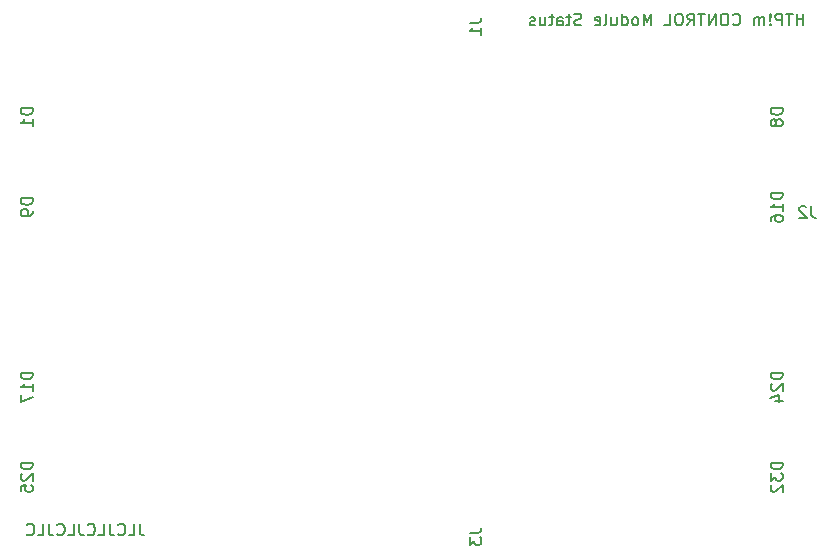
<source format=gbo>
%TF.GenerationSoftware,KiCad,Pcbnew,7.0.8*%
%TF.CreationDate,2023-10-07T23:49:35-07:00*%
%TF.ProjectId,htpm_control_module_status,6874706d-5f63-46f6-9e74-726f6c5f6d6f,1*%
%TF.SameCoordinates,Original*%
%TF.FileFunction,Legend,Bot*%
%TF.FilePolarity,Positive*%
%FSLAX46Y46*%
G04 Gerber Fmt 4.6, Leading zero omitted, Abs format (unit mm)*
G04 Created by KiCad (PCBNEW 7.0.8) date 2023-10-07 23:49:35*
%MOMM*%
%LPD*%
G01*
G04 APERTURE LIST*
%ADD10C,0.150000*%
G04 APERTURE END LIST*
D10*
X172383220Y-70989819D02*
X172383220Y-69989819D01*
X172383220Y-70466009D02*
X171811792Y-70466009D01*
X171811792Y-70989819D02*
X171811792Y-69989819D01*
X171478458Y-69989819D02*
X170907030Y-69989819D01*
X171192744Y-70989819D02*
X171192744Y-69989819D01*
X170573696Y-70989819D02*
X170573696Y-69989819D01*
X170573696Y-69989819D02*
X170192744Y-69989819D01*
X170192744Y-69989819D02*
X170097506Y-70037438D01*
X170097506Y-70037438D02*
X170049887Y-70085057D01*
X170049887Y-70085057D02*
X170002268Y-70180295D01*
X170002268Y-70180295D02*
X170002268Y-70323152D01*
X170002268Y-70323152D02*
X170049887Y-70418390D01*
X170049887Y-70418390D02*
X170097506Y-70466009D01*
X170097506Y-70466009D02*
X170192744Y-70513628D01*
X170192744Y-70513628D02*
X170573696Y-70513628D01*
X169573696Y-70894580D02*
X169526077Y-70942200D01*
X169526077Y-70942200D02*
X169573696Y-70989819D01*
X169573696Y-70989819D02*
X169621315Y-70942200D01*
X169621315Y-70942200D02*
X169573696Y-70894580D01*
X169573696Y-70894580D02*
X169573696Y-70989819D01*
X169573696Y-70608866D02*
X169621315Y-70037438D01*
X169621315Y-70037438D02*
X169573696Y-69989819D01*
X169573696Y-69989819D02*
X169526077Y-70037438D01*
X169526077Y-70037438D02*
X169573696Y-70608866D01*
X169573696Y-70608866D02*
X169573696Y-69989819D01*
X169097506Y-70989819D02*
X169097506Y-70323152D01*
X169097506Y-70418390D02*
X169049887Y-70370771D01*
X169049887Y-70370771D02*
X168954649Y-70323152D01*
X168954649Y-70323152D02*
X168811792Y-70323152D01*
X168811792Y-70323152D02*
X168716554Y-70370771D01*
X168716554Y-70370771D02*
X168668935Y-70466009D01*
X168668935Y-70466009D02*
X168668935Y-70989819D01*
X168668935Y-70466009D02*
X168621316Y-70370771D01*
X168621316Y-70370771D02*
X168526078Y-70323152D01*
X168526078Y-70323152D02*
X168383221Y-70323152D01*
X168383221Y-70323152D02*
X168287982Y-70370771D01*
X168287982Y-70370771D02*
X168240363Y-70466009D01*
X168240363Y-70466009D02*
X168240363Y-70989819D01*
X166430840Y-70894580D02*
X166478459Y-70942200D01*
X166478459Y-70942200D02*
X166621316Y-70989819D01*
X166621316Y-70989819D02*
X166716554Y-70989819D01*
X166716554Y-70989819D02*
X166859411Y-70942200D01*
X166859411Y-70942200D02*
X166954649Y-70846961D01*
X166954649Y-70846961D02*
X167002268Y-70751723D01*
X167002268Y-70751723D02*
X167049887Y-70561247D01*
X167049887Y-70561247D02*
X167049887Y-70418390D01*
X167049887Y-70418390D02*
X167002268Y-70227914D01*
X167002268Y-70227914D02*
X166954649Y-70132676D01*
X166954649Y-70132676D02*
X166859411Y-70037438D01*
X166859411Y-70037438D02*
X166716554Y-69989819D01*
X166716554Y-69989819D02*
X166621316Y-69989819D01*
X166621316Y-69989819D02*
X166478459Y-70037438D01*
X166478459Y-70037438D02*
X166430840Y-70085057D01*
X165811792Y-69989819D02*
X165621316Y-69989819D01*
X165621316Y-69989819D02*
X165526078Y-70037438D01*
X165526078Y-70037438D02*
X165430840Y-70132676D01*
X165430840Y-70132676D02*
X165383221Y-70323152D01*
X165383221Y-70323152D02*
X165383221Y-70656485D01*
X165383221Y-70656485D02*
X165430840Y-70846961D01*
X165430840Y-70846961D02*
X165526078Y-70942200D01*
X165526078Y-70942200D02*
X165621316Y-70989819D01*
X165621316Y-70989819D02*
X165811792Y-70989819D01*
X165811792Y-70989819D02*
X165907030Y-70942200D01*
X165907030Y-70942200D02*
X166002268Y-70846961D01*
X166002268Y-70846961D02*
X166049887Y-70656485D01*
X166049887Y-70656485D02*
X166049887Y-70323152D01*
X166049887Y-70323152D02*
X166002268Y-70132676D01*
X166002268Y-70132676D02*
X165907030Y-70037438D01*
X165907030Y-70037438D02*
X165811792Y-69989819D01*
X164954649Y-70989819D02*
X164954649Y-69989819D01*
X164954649Y-69989819D02*
X164383221Y-70989819D01*
X164383221Y-70989819D02*
X164383221Y-69989819D01*
X164049887Y-69989819D02*
X163478459Y-69989819D01*
X163764173Y-70989819D02*
X163764173Y-69989819D01*
X162573697Y-70989819D02*
X162907030Y-70513628D01*
X163145125Y-70989819D02*
X163145125Y-69989819D01*
X163145125Y-69989819D02*
X162764173Y-69989819D01*
X162764173Y-69989819D02*
X162668935Y-70037438D01*
X162668935Y-70037438D02*
X162621316Y-70085057D01*
X162621316Y-70085057D02*
X162573697Y-70180295D01*
X162573697Y-70180295D02*
X162573697Y-70323152D01*
X162573697Y-70323152D02*
X162621316Y-70418390D01*
X162621316Y-70418390D02*
X162668935Y-70466009D01*
X162668935Y-70466009D02*
X162764173Y-70513628D01*
X162764173Y-70513628D02*
X163145125Y-70513628D01*
X161954649Y-69989819D02*
X161764173Y-69989819D01*
X161764173Y-69989819D02*
X161668935Y-70037438D01*
X161668935Y-70037438D02*
X161573697Y-70132676D01*
X161573697Y-70132676D02*
X161526078Y-70323152D01*
X161526078Y-70323152D02*
X161526078Y-70656485D01*
X161526078Y-70656485D02*
X161573697Y-70846961D01*
X161573697Y-70846961D02*
X161668935Y-70942200D01*
X161668935Y-70942200D02*
X161764173Y-70989819D01*
X161764173Y-70989819D02*
X161954649Y-70989819D01*
X161954649Y-70989819D02*
X162049887Y-70942200D01*
X162049887Y-70942200D02*
X162145125Y-70846961D01*
X162145125Y-70846961D02*
X162192744Y-70656485D01*
X162192744Y-70656485D02*
X162192744Y-70323152D01*
X162192744Y-70323152D02*
X162145125Y-70132676D01*
X162145125Y-70132676D02*
X162049887Y-70037438D01*
X162049887Y-70037438D02*
X161954649Y-69989819D01*
X160621316Y-70989819D02*
X161097506Y-70989819D01*
X161097506Y-70989819D02*
X161097506Y-69989819D01*
X159526077Y-70989819D02*
X159526077Y-69989819D01*
X159526077Y-69989819D02*
X159192744Y-70704104D01*
X159192744Y-70704104D02*
X158859411Y-69989819D01*
X158859411Y-69989819D02*
X158859411Y-70989819D01*
X158240363Y-70989819D02*
X158335601Y-70942200D01*
X158335601Y-70942200D02*
X158383220Y-70894580D01*
X158383220Y-70894580D02*
X158430839Y-70799342D01*
X158430839Y-70799342D02*
X158430839Y-70513628D01*
X158430839Y-70513628D02*
X158383220Y-70418390D01*
X158383220Y-70418390D02*
X158335601Y-70370771D01*
X158335601Y-70370771D02*
X158240363Y-70323152D01*
X158240363Y-70323152D02*
X158097506Y-70323152D01*
X158097506Y-70323152D02*
X158002268Y-70370771D01*
X158002268Y-70370771D02*
X157954649Y-70418390D01*
X157954649Y-70418390D02*
X157907030Y-70513628D01*
X157907030Y-70513628D02*
X157907030Y-70799342D01*
X157907030Y-70799342D02*
X157954649Y-70894580D01*
X157954649Y-70894580D02*
X158002268Y-70942200D01*
X158002268Y-70942200D02*
X158097506Y-70989819D01*
X158097506Y-70989819D02*
X158240363Y-70989819D01*
X157049887Y-70989819D02*
X157049887Y-69989819D01*
X157049887Y-70942200D02*
X157145125Y-70989819D01*
X157145125Y-70989819D02*
X157335601Y-70989819D01*
X157335601Y-70989819D02*
X157430839Y-70942200D01*
X157430839Y-70942200D02*
X157478458Y-70894580D01*
X157478458Y-70894580D02*
X157526077Y-70799342D01*
X157526077Y-70799342D02*
X157526077Y-70513628D01*
X157526077Y-70513628D02*
X157478458Y-70418390D01*
X157478458Y-70418390D02*
X157430839Y-70370771D01*
X157430839Y-70370771D02*
X157335601Y-70323152D01*
X157335601Y-70323152D02*
X157145125Y-70323152D01*
X157145125Y-70323152D02*
X157049887Y-70370771D01*
X156145125Y-70323152D02*
X156145125Y-70989819D01*
X156573696Y-70323152D02*
X156573696Y-70846961D01*
X156573696Y-70846961D02*
X156526077Y-70942200D01*
X156526077Y-70942200D02*
X156430839Y-70989819D01*
X156430839Y-70989819D02*
X156287982Y-70989819D01*
X156287982Y-70989819D02*
X156192744Y-70942200D01*
X156192744Y-70942200D02*
X156145125Y-70894580D01*
X155526077Y-70989819D02*
X155621315Y-70942200D01*
X155621315Y-70942200D02*
X155668934Y-70846961D01*
X155668934Y-70846961D02*
X155668934Y-69989819D01*
X154764172Y-70942200D02*
X154859410Y-70989819D01*
X154859410Y-70989819D02*
X155049886Y-70989819D01*
X155049886Y-70989819D02*
X155145124Y-70942200D01*
X155145124Y-70942200D02*
X155192743Y-70846961D01*
X155192743Y-70846961D02*
X155192743Y-70466009D01*
X155192743Y-70466009D02*
X155145124Y-70370771D01*
X155145124Y-70370771D02*
X155049886Y-70323152D01*
X155049886Y-70323152D02*
X154859410Y-70323152D01*
X154859410Y-70323152D02*
X154764172Y-70370771D01*
X154764172Y-70370771D02*
X154716553Y-70466009D01*
X154716553Y-70466009D02*
X154716553Y-70561247D01*
X154716553Y-70561247D02*
X155192743Y-70656485D01*
X153573695Y-70942200D02*
X153430838Y-70989819D01*
X153430838Y-70989819D02*
X153192743Y-70989819D01*
X153192743Y-70989819D02*
X153097505Y-70942200D01*
X153097505Y-70942200D02*
X153049886Y-70894580D01*
X153049886Y-70894580D02*
X153002267Y-70799342D01*
X153002267Y-70799342D02*
X153002267Y-70704104D01*
X153002267Y-70704104D02*
X153049886Y-70608866D01*
X153049886Y-70608866D02*
X153097505Y-70561247D01*
X153097505Y-70561247D02*
X153192743Y-70513628D01*
X153192743Y-70513628D02*
X153383219Y-70466009D01*
X153383219Y-70466009D02*
X153478457Y-70418390D01*
X153478457Y-70418390D02*
X153526076Y-70370771D01*
X153526076Y-70370771D02*
X153573695Y-70275533D01*
X153573695Y-70275533D02*
X153573695Y-70180295D01*
X153573695Y-70180295D02*
X153526076Y-70085057D01*
X153526076Y-70085057D02*
X153478457Y-70037438D01*
X153478457Y-70037438D02*
X153383219Y-69989819D01*
X153383219Y-69989819D02*
X153145124Y-69989819D01*
X153145124Y-69989819D02*
X153002267Y-70037438D01*
X152716552Y-70323152D02*
X152335600Y-70323152D01*
X152573695Y-69989819D02*
X152573695Y-70846961D01*
X152573695Y-70846961D02*
X152526076Y-70942200D01*
X152526076Y-70942200D02*
X152430838Y-70989819D01*
X152430838Y-70989819D02*
X152335600Y-70989819D01*
X151573695Y-70989819D02*
X151573695Y-70466009D01*
X151573695Y-70466009D02*
X151621314Y-70370771D01*
X151621314Y-70370771D02*
X151716552Y-70323152D01*
X151716552Y-70323152D02*
X151907028Y-70323152D01*
X151907028Y-70323152D02*
X152002266Y-70370771D01*
X151573695Y-70942200D02*
X151668933Y-70989819D01*
X151668933Y-70989819D02*
X151907028Y-70989819D01*
X151907028Y-70989819D02*
X152002266Y-70942200D01*
X152002266Y-70942200D02*
X152049885Y-70846961D01*
X152049885Y-70846961D02*
X152049885Y-70751723D01*
X152049885Y-70751723D02*
X152002266Y-70656485D01*
X152002266Y-70656485D02*
X151907028Y-70608866D01*
X151907028Y-70608866D02*
X151668933Y-70608866D01*
X151668933Y-70608866D02*
X151573695Y-70561247D01*
X151240361Y-70323152D02*
X150859409Y-70323152D01*
X151097504Y-69989819D02*
X151097504Y-70846961D01*
X151097504Y-70846961D02*
X151049885Y-70942200D01*
X151049885Y-70942200D02*
X150954647Y-70989819D01*
X150954647Y-70989819D02*
X150859409Y-70989819D01*
X150097504Y-70323152D02*
X150097504Y-70989819D01*
X150526075Y-70323152D02*
X150526075Y-70846961D01*
X150526075Y-70846961D02*
X150478456Y-70942200D01*
X150478456Y-70942200D02*
X150383218Y-70989819D01*
X150383218Y-70989819D02*
X150240361Y-70989819D01*
X150240361Y-70989819D02*
X150145123Y-70942200D01*
X150145123Y-70942200D02*
X150097504Y-70894580D01*
X149668932Y-70942200D02*
X149573694Y-70989819D01*
X149573694Y-70989819D02*
X149383218Y-70989819D01*
X149383218Y-70989819D02*
X149287980Y-70942200D01*
X149287980Y-70942200D02*
X149240361Y-70846961D01*
X149240361Y-70846961D02*
X149240361Y-70799342D01*
X149240361Y-70799342D02*
X149287980Y-70704104D01*
X149287980Y-70704104D02*
X149383218Y-70656485D01*
X149383218Y-70656485D02*
X149526075Y-70656485D01*
X149526075Y-70656485D02*
X149621313Y-70608866D01*
X149621313Y-70608866D02*
X149668932Y-70513628D01*
X149668932Y-70513628D02*
X149668932Y-70466009D01*
X149668932Y-70466009D02*
X149621313Y-70370771D01*
X149621313Y-70370771D02*
X149526075Y-70323152D01*
X149526075Y-70323152D02*
X149383218Y-70323152D01*
X149383218Y-70323152D02*
X149287980Y-70370771D01*
X116217506Y-113169819D02*
X116217506Y-113884104D01*
X116217506Y-113884104D02*
X116265125Y-114026961D01*
X116265125Y-114026961D02*
X116360363Y-114122200D01*
X116360363Y-114122200D02*
X116503220Y-114169819D01*
X116503220Y-114169819D02*
X116598458Y-114169819D01*
X115265125Y-114169819D02*
X115741315Y-114169819D01*
X115741315Y-114169819D02*
X115741315Y-113169819D01*
X114360363Y-114074580D02*
X114407982Y-114122200D01*
X114407982Y-114122200D02*
X114550839Y-114169819D01*
X114550839Y-114169819D02*
X114646077Y-114169819D01*
X114646077Y-114169819D02*
X114788934Y-114122200D01*
X114788934Y-114122200D02*
X114884172Y-114026961D01*
X114884172Y-114026961D02*
X114931791Y-113931723D01*
X114931791Y-113931723D02*
X114979410Y-113741247D01*
X114979410Y-113741247D02*
X114979410Y-113598390D01*
X114979410Y-113598390D02*
X114931791Y-113407914D01*
X114931791Y-113407914D02*
X114884172Y-113312676D01*
X114884172Y-113312676D02*
X114788934Y-113217438D01*
X114788934Y-113217438D02*
X114646077Y-113169819D01*
X114646077Y-113169819D02*
X114550839Y-113169819D01*
X114550839Y-113169819D02*
X114407982Y-113217438D01*
X114407982Y-113217438D02*
X114360363Y-113265057D01*
X113646077Y-113169819D02*
X113646077Y-113884104D01*
X113646077Y-113884104D02*
X113693696Y-114026961D01*
X113693696Y-114026961D02*
X113788934Y-114122200D01*
X113788934Y-114122200D02*
X113931791Y-114169819D01*
X113931791Y-114169819D02*
X114027029Y-114169819D01*
X112693696Y-114169819D02*
X113169886Y-114169819D01*
X113169886Y-114169819D02*
X113169886Y-113169819D01*
X111788934Y-114074580D02*
X111836553Y-114122200D01*
X111836553Y-114122200D02*
X111979410Y-114169819D01*
X111979410Y-114169819D02*
X112074648Y-114169819D01*
X112074648Y-114169819D02*
X112217505Y-114122200D01*
X112217505Y-114122200D02*
X112312743Y-114026961D01*
X112312743Y-114026961D02*
X112360362Y-113931723D01*
X112360362Y-113931723D02*
X112407981Y-113741247D01*
X112407981Y-113741247D02*
X112407981Y-113598390D01*
X112407981Y-113598390D02*
X112360362Y-113407914D01*
X112360362Y-113407914D02*
X112312743Y-113312676D01*
X112312743Y-113312676D02*
X112217505Y-113217438D01*
X112217505Y-113217438D02*
X112074648Y-113169819D01*
X112074648Y-113169819D02*
X111979410Y-113169819D01*
X111979410Y-113169819D02*
X111836553Y-113217438D01*
X111836553Y-113217438D02*
X111788934Y-113265057D01*
X111074648Y-113169819D02*
X111074648Y-113884104D01*
X111074648Y-113884104D02*
X111122267Y-114026961D01*
X111122267Y-114026961D02*
X111217505Y-114122200D01*
X111217505Y-114122200D02*
X111360362Y-114169819D01*
X111360362Y-114169819D02*
X111455600Y-114169819D01*
X110122267Y-114169819D02*
X110598457Y-114169819D01*
X110598457Y-114169819D02*
X110598457Y-113169819D01*
X109217505Y-114074580D02*
X109265124Y-114122200D01*
X109265124Y-114122200D02*
X109407981Y-114169819D01*
X109407981Y-114169819D02*
X109503219Y-114169819D01*
X109503219Y-114169819D02*
X109646076Y-114122200D01*
X109646076Y-114122200D02*
X109741314Y-114026961D01*
X109741314Y-114026961D02*
X109788933Y-113931723D01*
X109788933Y-113931723D02*
X109836552Y-113741247D01*
X109836552Y-113741247D02*
X109836552Y-113598390D01*
X109836552Y-113598390D02*
X109788933Y-113407914D01*
X109788933Y-113407914D02*
X109741314Y-113312676D01*
X109741314Y-113312676D02*
X109646076Y-113217438D01*
X109646076Y-113217438D02*
X109503219Y-113169819D01*
X109503219Y-113169819D02*
X109407981Y-113169819D01*
X109407981Y-113169819D02*
X109265124Y-113217438D01*
X109265124Y-113217438D02*
X109217505Y-113265057D01*
X108503219Y-113169819D02*
X108503219Y-113884104D01*
X108503219Y-113884104D02*
X108550838Y-114026961D01*
X108550838Y-114026961D02*
X108646076Y-114122200D01*
X108646076Y-114122200D02*
X108788933Y-114169819D01*
X108788933Y-114169819D02*
X108884171Y-114169819D01*
X107550838Y-114169819D02*
X108027028Y-114169819D01*
X108027028Y-114169819D02*
X108027028Y-113169819D01*
X106646076Y-114074580D02*
X106693695Y-114122200D01*
X106693695Y-114122200D02*
X106836552Y-114169819D01*
X106836552Y-114169819D02*
X106931790Y-114169819D01*
X106931790Y-114169819D02*
X107074647Y-114122200D01*
X107074647Y-114122200D02*
X107169885Y-114026961D01*
X107169885Y-114026961D02*
X107217504Y-113931723D01*
X107217504Y-113931723D02*
X107265123Y-113741247D01*
X107265123Y-113741247D02*
X107265123Y-113598390D01*
X107265123Y-113598390D02*
X107217504Y-113407914D01*
X107217504Y-113407914D02*
X107169885Y-113312676D01*
X107169885Y-113312676D02*
X107074647Y-113217438D01*
X107074647Y-113217438D02*
X106931790Y-113169819D01*
X106931790Y-113169819D02*
X106836552Y-113169819D01*
X106836552Y-113169819D02*
X106693695Y-113217438D01*
X106693695Y-113217438D02*
X106646076Y-113265057D01*
X170634819Y-108005714D02*
X169634819Y-108005714D01*
X169634819Y-108005714D02*
X169634819Y-108243809D01*
X169634819Y-108243809D02*
X169682438Y-108386666D01*
X169682438Y-108386666D02*
X169777676Y-108481904D01*
X169777676Y-108481904D02*
X169872914Y-108529523D01*
X169872914Y-108529523D02*
X170063390Y-108577142D01*
X170063390Y-108577142D02*
X170206247Y-108577142D01*
X170206247Y-108577142D02*
X170396723Y-108529523D01*
X170396723Y-108529523D02*
X170491961Y-108481904D01*
X170491961Y-108481904D02*
X170587200Y-108386666D01*
X170587200Y-108386666D02*
X170634819Y-108243809D01*
X170634819Y-108243809D02*
X170634819Y-108005714D01*
X169634819Y-108910476D02*
X169634819Y-109529523D01*
X169634819Y-109529523D02*
X170015771Y-109196190D01*
X170015771Y-109196190D02*
X170015771Y-109339047D01*
X170015771Y-109339047D02*
X170063390Y-109434285D01*
X170063390Y-109434285D02*
X170111009Y-109481904D01*
X170111009Y-109481904D02*
X170206247Y-109529523D01*
X170206247Y-109529523D02*
X170444342Y-109529523D01*
X170444342Y-109529523D02*
X170539580Y-109481904D01*
X170539580Y-109481904D02*
X170587200Y-109434285D01*
X170587200Y-109434285D02*
X170634819Y-109339047D01*
X170634819Y-109339047D02*
X170634819Y-109053333D01*
X170634819Y-109053333D02*
X170587200Y-108958095D01*
X170587200Y-108958095D02*
X170539580Y-108910476D01*
X169730057Y-109910476D02*
X169682438Y-109958095D01*
X169682438Y-109958095D02*
X169634819Y-110053333D01*
X169634819Y-110053333D02*
X169634819Y-110291428D01*
X169634819Y-110291428D02*
X169682438Y-110386666D01*
X169682438Y-110386666D02*
X169730057Y-110434285D01*
X169730057Y-110434285D02*
X169825295Y-110481904D01*
X169825295Y-110481904D02*
X169920533Y-110481904D01*
X169920533Y-110481904D02*
X170063390Y-110434285D01*
X170063390Y-110434285D02*
X170634819Y-109862857D01*
X170634819Y-109862857D02*
X170634819Y-110481904D01*
X144134819Y-113966666D02*
X144849104Y-113966666D01*
X144849104Y-113966666D02*
X144991961Y-113919047D01*
X144991961Y-113919047D02*
X145087200Y-113823809D01*
X145087200Y-113823809D02*
X145134819Y-113680952D01*
X145134819Y-113680952D02*
X145134819Y-113585714D01*
X144134819Y-114347619D02*
X144134819Y-114966666D01*
X144134819Y-114966666D02*
X144515771Y-114633333D01*
X144515771Y-114633333D02*
X144515771Y-114776190D01*
X144515771Y-114776190D02*
X144563390Y-114871428D01*
X144563390Y-114871428D02*
X144611009Y-114919047D01*
X144611009Y-114919047D02*
X144706247Y-114966666D01*
X144706247Y-114966666D02*
X144944342Y-114966666D01*
X144944342Y-114966666D02*
X145039580Y-114919047D01*
X145039580Y-114919047D02*
X145087200Y-114871428D01*
X145087200Y-114871428D02*
X145134819Y-114776190D01*
X145134819Y-114776190D02*
X145134819Y-114490476D01*
X145134819Y-114490476D02*
X145087200Y-114395238D01*
X145087200Y-114395238D02*
X145039580Y-114347619D01*
X107134819Y-108005714D02*
X106134819Y-108005714D01*
X106134819Y-108005714D02*
X106134819Y-108243809D01*
X106134819Y-108243809D02*
X106182438Y-108386666D01*
X106182438Y-108386666D02*
X106277676Y-108481904D01*
X106277676Y-108481904D02*
X106372914Y-108529523D01*
X106372914Y-108529523D02*
X106563390Y-108577142D01*
X106563390Y-108577142D02*
X106706247Y-108577142D01*
X106706247Y-108577142D02*
X106896723Y-108529523D01*
X106896723Y-108529523D02*
X106991961Y-108481904D01*
X106991961Y-108481904D02*
X107087200Y-108386666D01*
X107087200Y-108386666D02*
X107134819Y-108243809D01*
X107134819Y-108243809D02*
X107134819Y-108005714D01*
X106230057Y-108958095D02*
X106182438Y-109005714D01*
X106182438Y-109005714D02*
X106134819Y-109100952D01*
X106134819Y-109100952D02*
X106134819Y-109339047D01*
X106134819Y-109339047D02*
X106182438Y-109434285D01*
X106182438Y-109434285D02*
X106230057Y-109481904D01*
X106230057Y-109481904D02*
X106325295Y-109529523D01*
X106325295Y-109529523D02*
X106420533Y-109529523D01*
X106420533Y-109529523D02*
X106563390Y-109481904D01*
X106563390Y-109481904D02*
X107134819Y-108910476D01*
X107134819Y-108910476D02*
X107134819Y-109529523D01*
X106134819Y-110434285D02*
X106134819Y-109958095D01*
X106134819Y-109958095D02*
X106611009Y-109910476D01*
X106611009Y-109910476D02*
X106563390Y-109958095D01*
X106563390Y-109958095D02*
X106515771Y-110053333D01*
X106515771Y-110053333D02*
X106515771Y-110291428D01*
X106515771Y-110291428D02*
X106563390Y-110386666D01*
X106563390Y-110386666D02*
X106611009Y-110434285D01*
X106611009Y-110434285D02*
X106706247Y-110481904D01*
X106706247Y-110481904D02*
X106944342Y-110481904D01*
X106944342Y-110481904D02*
X107039580Y-110434285D01*
X107039580Y-110434285D02*
X107087200Y-110386666D01*
X107087200Y-110386666D02*
X107134819Y-110291428D01*
X107134819Y-110291428D02*
X107134819Y-110053333D01*
X107134819Y-110053333D02*
X107087200Y-109958095D01*
X107087200Y-109958095D02*
X107039580Y-109910476D01*
X144134819Y-70786666D02*
X144849104Y-70786666D01*
X144849104Y-70786666D02*
X144991961Y-70739047D01*
X144991961Y-70739047D02*
X145087200Y-70643809D01*
X145087200Y-70643809D02*
X145134819Y-70500952D01*
X145134819Y-70500952D02*
X145134819Y-70405714D01*
X145134819Y-71786666D02*
X145134819Y-71215238D01*
X145134819Y-71500952D02*
X144134819Y-71500952D01*
X144134819Y-71500952D02*
X144277676Y-71405714D01*
X144277676Y-71405714D02*
X144372914Y-71310476D01*
X144372914Y-71310476D02*
X144420533Y-71215238D01*
X107134819Y-85621905D02*
X106134819Y-85621905D01*
X106134819Y-85621905D02*
X106134819Y-85860000D01*
X106134819Y-85860000D02*
X106182438Y-86002857D01*
X106182438Y-86002857D02*
X106277676Y-86098095D01*
X106277676Y-86098095D02*
X106372914Y-86145714D01*
X106372914Y-86145714D02*
X106563390Y-86193333D01*
X106563390Y-86193333D02*
X106706247Y-86193333D01*
X106706247Y-86193333D02*
X106896723Y-86145714D01*
X106896723Y-86145714D02*
X106991961Y-86098095D01*
X106991961Y-86098095D02*
X107087200Y-86002857D01*
X107087200Y-86002857D02*
X107134819Y-85860000D01*
X107134819Y-85860000D02*
X107134819Y-85621905D01*
X107134819Y-86669524D02*
X107134819Y-86860000D01*
X107134819Y-86860000D02*
X107087200Y-86955238D01*
X107087200Y-86955238D02*
X107039580Y-87002857D01*
X107039580Y-87002857D02*
X106896723Y-87098095D01*
X106896723Y-87098095D02*
X106706247Y-87145714D01*
X106706247Y-87145714D02*
X106325295Y-87145714D01*
X106325295Y-87145714D02*
X106230057Y-87098095D01*
X106230057Y-87098095D02*
X106182438Y-87050476D01*
X106182438Y-87050476D02*
X106134819Y-86955238D01*
X106134819Y-86955238D02*
X106134819Y-86764762D01*
X106134819Y-86764762D02*
X106182438Y-86669524D01*
X106182438Y-86669524D02*
X106230057Y-86621905D01*
X106230057Y-86621905D02*
X106325295Y-86574286D01*
X106325295Y-86574286D02*
X106563390Y-86574286D01*
X106563390Y-86574286D02*
X106658628Y-86621905D01*
X106658628Y-86621905D02*
X106706247Y-86669524D01*
X106706247Y-86669524D02*
X106753866Y-86764762D01*
X106753866Y-86764762D02*
X106753866Y-86955238D01*
X106753866Y-86955238D02*
X106706247Y-87050476D01*
X106706247Y-87050476D02*
X106658628Y-87098095D01*
X106658628Y-87098095D02*
X106563390Y-87145714D01*
X170634819Y-85145714D02*
X169634819Y-85145714D01*
X169634819Y-85145714D02*
X169634819Y-85383809D01*
X169634819Y-85383809D02*
X169682438Y-85526666D01*
X169682438Y-85526666D02*
X169777676Y-85621904D01*
X169777676Y-85621904D02*
X169872914Y-85669523D01*
X169872914Y-85669523D02*
X170063390Y-85717142D01*
X170063390Y-85717142D02*
X170206247Y-85717142D01*
X170206247Y-85717142D02*
X170396723Y-85669523D01*
X170396723Y-85669523D02*
X170491961Y-85621904D01*
X170491961Y-85621904D02*
X170587200Y-85526666D01*
X170587200Y-85526666D02*
X170634819Y-85383809D01*
X170634819Y-85383809D02*
X170634819Y-85145714D01*
X170634819Y-86669523D02*
X170634819Y-86098095D01*
X170634819Y-86383809D02*
X169634819Y-86383809D01*
X169634819Y-86383809D02*
X169777676Y-86288571D01*
X169777676Y-86288571D02*
X169872914Y-86193333D01*
X169872914Y-86193333D02*
X169920533Y-86098095D01*
X169634819Y-87526666D02*
X169634819Y-87336190D01*
X169634819Y-87336190D02*
X169682438Y-87240952D01*
X169682438Y-87240952D02*
X169730057Y-87193333D01*
X169730057Y-87193333D02*
X169872914Y-87098095D01*
X169872914Y-87098095D02*
X170063390Y-87050476D01*
X170063390Y-87050476D02*
X170444342Y-87050476D01*
X170444342Y-87050476D02*
X170539580Y-87098095D01*
X170539580Y-87098095D02*
X170587200Y-87145714D01*
X170587200Y-87145714D02*
X170634819Y-87240952D01*
X170634819Y-87240952D02*
X170634819Y-87431428D01*
X170634819Y-87431428D02*
X170587200Y-87526666D01*
X170587200Y-87526666D02*
X170539580Y-87574285D01*
X170539580Y-87574285D02*
X170444342Y-87621904D01*
X170444342Y-87621904D02*
X170206247Y-87621904D01*
X170206247Y-87621904D02*
X170111009Y-87574285D01*
X170111009Y-87574285D02*
X170063390Y-87526666D01*
X170063390Y-87526666D02*
X170015771Y-87431428D01*
X170015771Y-87431428D02*
X170015771Y-87240952D01*
X170015771Y-87240952D02*
X170063390Y-87145714D01*
X170063390Y-87145714D02*
X170111009Y-87098095D01*
X170111009Y-87098095D02*
X170206247Y-87050476D01*
X170634819Y-100385714D02*
X169634819Y-100385714D01*
X169634819Y-100385714D02*
X169634819Y-100623809D01*
X169634819Y-100623809D02*
X169682438Y-100766666D01*
X169682438Y-100766666D02*
X169777676Y-100861904D01*
X169777676Y-100861904D02*
X169872914Y-100909523D01*
X169872914Y-100909523D02*
X170063390Y-100957142D01*
X170063390Y-100957142D02*
X170206247Y-100957142D01*
X170206247Y-100957142D02*
X170396723Y-100909523D01*
X170396723Y-100909523D02*
X170491961Y-100861904D01*
X170491961Y-100861904D02*
X170587200Y-100766666D01*
X170587200Y-100766666D02*
X170634819Y-100623809D01*
X170634819Y-100623809D02*
X170634819Y-100385714D01*
X169730057Y-101338095D02*
X169682438Y-101385714D01*
X169682438Y-101385714D02*
X169634819Y-101480952D01*
X169634819Y-101480952D02*
X169634819Y-101719047D01*
X169634819Y-101719047D02*
X169682438Y-101814285D01*
X169682438Y-101814285D02*
X169730057Y-101861904D01*
X169730057Y-101861904D02*
X169825295Y-101909523D01*
X169825295Y-101909523D02*
X169920533Y-101909523D01*
X169920533Y-101909523D02*
X170063390Y-101861904D01*
X170063390Y-101861904D02*
X170634819Y-101290476D01*
X170634819Y-101290476D02*
X170634819Y-101909523D01*
X169968152Y-102766666D02*
X170634819Y-102766666D01*
X169587200Y-102528571D02*
X170301485Y-102290476D01*
X170301485Y-102290476D02*
X170301485Y-102909523D01*
X107134819Y-100385714D02*
X106134819Y-100385714D01*
X106134819Y-100385714D02*
X106134819Y-100623809D01*
X106134819Y-100623809D02*
X106182438Y-100766666D01*
X106182438Y-100766666D02*
X106277676Y-100861904D01*
X106277676Y-100861904D02*
X106372914Y-100909523D01*
X106372914Y-100909523D02*
X106563390Y-100957142D01*
X106563390Y-100957142D02*
X106706247Y-100957142D01*
X106706247Y-100957142D02*
X106896723Y-100909523D01*
X106896723Y-100909523D02*
X106991961Y-100861904D01*
X106991961Y-100861904D02*
X107087200Y-100766666D01*
X107087200Y-100766666D02*
X107134819Y-100623809D01*
X107134819Y-100623809D02*
X107134819Y-100385714D01*
X107134819Y-101909523D02*
X107134819Y-101338095D01*
X107134819Y-101623809D02*
X106134819Y-101623809D01*
X106134819Y-101623809D02*
X106277676Y-101528571D01*
X106277676Y-101528571D02*
X106372914Y-101433333D01*
X106372914Y-101433333D02*
X106420533Y-101338095D01*
X106134819Y-102242857D02*
X106134819Y-102909523D01*
X106134819Y-102909523D02*
X107134819Y-102480952D01*
X170634819Y-78001905D02*
X169634819Y-78001905D01*
X169634819Y-78001905D02*
X169634819Y-78240000D01*
X169634819Y-78240000D02*
X169682438Y-78382857D01*
X169682438Y-78382857D02*
X169777676Y-78478095D01*
X169777676Y-78478095D02*
X169872914Y-78525714D01*
X169872914Y-78525714D02*
X170063390Y-78573333D01*
X170063390Y-78573333D02*
X170206247Y-78573333D01*
X170206247Y-78573333D02*
X170396723Y-78525714D01*
X170396723Y-78525714D02*
X170491961Y-78478095D01*
X170491961Y-78478095D02*
X170587200Y-78382857D01*
X170587200Y-78382857D02*
X170634819Y-78240000D01*
X170634819Y-78240000D02*
X170634819Y-78001905D01*
X170063390Y-79144762D02*
X170015771Y-79049524D01*
X170015771Y-79049524D02*
X169968152Y-79001905D01*
X169968152Y-79001905D02*
X169872914Y-78954286D01*
X169872914Y-78954286D02*
X169825295Y-78954286D01*
X169825295Y-78954286D02*
X169730057Y-79001905D01*
X169730057Y-79001905D02*
X169682438Y-79049524D01*
X169682438Y-79049524D02*
X169634819Y-79144762D01*
X169634819Y-79144762D02*
X169634819Y-79335238D01*
X169634819Y-79335238D02*
X169682438Y-79430476D01*
X169682438Y-79430476D02*
X169730057Y-79478095D01*
X169730057Y-79478095D02*
X169825295Y-79525714D01*
X169825295Y-79525714D02*
X169872914Y-79525714D01*
X169872914Y-79525714D02*
X169968152Y-79478095D01*
X169968152Y-79478095D02*
X170015771Y-79430476D01*
X170015771Y-79430476D02*
X170063390Y-79335238D01*
X170063390Y-79335238D02*
X170063390Y-79144762D01*
X170063390Y-79144762D02*
X170111009Y-79049524D01*
X170111009Y-79049524D02*
X170158628Y-79001905D01*
X170158628Y-79001905D02*
X170253866Y-78954286D01*
X170253866Y-78954286D02*
X170444342Y-78954286D01*
X170444342Y-78954286D02*
X170539580Y-79001905D01*
X170539580Y-79001905D02*
X170587200Y-79049524D01*
X170587200Y-79049524D02*
X170634819Y-79144762D01*
X170634819Y-79144762D02*
X170634819Y-79335238D01*
X170634819Y-79335238D02*
X170587200Y-79430476D01*
X170587200Y-79430476D02*
X170539580Y-79478095D01*
X170539580Y-79478095D02*
X170444342Y-79525714D01*
X170444342Y-79525714D02*
X170253866Y-79525714D01*
X170253866Y-79525714D02*
X170158628Y-79478095D01*
X170158628Y-79478095D02*
X170111009Y-79430476D01*
X170111009Y-79430476D02*
X170063390Y-79335238D01*
X173053333Y-86294819D02*
X173053333Y-87009104D01*
X173053333Y-87009104D02*
X173100952Y-87151961D01*
X173100952Y-87151961D02*
X173196190Y-87247200D01*
X173196190Y-87247200D02*
X173339047Y-87294819D01*
X173339047Y-87294819D02*
X173434285Y-87294819D01*
X172624761Y-86390057D02*
X172577142Y-86342438D01*
X172577142Y-86342438D02*
X172481904Y-86294819D01*
X172481904Y-86294819D02*
X172243809Y-86294819D01*
X172243809Y-86294819D02*
X172148571Y-86342438D01*
X172148571Y-86342438D02*
X172100952Y-86390057D01*
X172100952Y-86390057D02*
X172053333Y-86485295D01*
X172053333Y-86485295D02*
X172053333Y-86580533D01*
X172053333Y-86580533D02*
X172100952Y-86723390D01*
X172100952Y-86723390D02*
X172672380Y-87294819D01*
X172672380Y-87294819D02*
X172053333Y-87294819D01*
X107134819Y-78001905D02*
X106134819Y-78001905D01*
X106134819Y-78001905D02*
X106134819Y-78240000D01*
X106134819Y-78240000D02*
X106182438Y-78382857D01*
X106182438Y-78382857D02*
X106277676Y-78478095D01*
X106277676Y-78478095D02*
X106372914Y-78525714D01*
X106372914Y-78525714D02*
X106563390Y-78573333D01*
X106563390Y-78573333D02*
X106706247Y-78573333D01*
X106706247Y-78573333D02*
X106896723Y-78525714D01*
X106896723Y-78525714D02*
X106991961Y-78478095D01*
X106991961Y-78478095D02*
X107087200Y-78382857D01*
X107087200Y-78382857D02*
X107134819Y-78240000D01*
X107134819Y-78240000D02*
X107134819Y-78001905D01*
X107134819Y-79525714D02*
X107134819Y-78954286D01*
X107134819Y-79240000D02*
X106134819Y-79240000D01*
X106134819Y-79240000D02*
X106277676Y-79144762D01*
X106277676Y-79144762D02*
X106372914Y-79049524D01*
X106372914Y-79049524D02*
X106420533Y-78954286D01*
M02*

</source>
